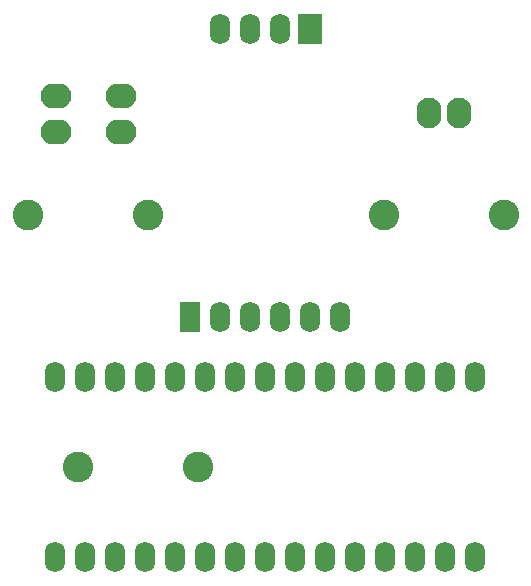
<source format=gts>
G04 Layer: TopSolderMaskLayer*
G04 EasyEDA v6.5.48, 2025-03-12 00:12:57*
G04 549dcaa0f3144c7bb9172a23e6edd774,878c4c1e0da8487e804687d0af4422f9,10*
G04 Gerber Generator version 0.2*
G04 Scale: 100 percent, Rotated: No, Reflected: No *
G04 Dimensions in millimeters *
G04 leading zeros omitted , absolute positions ,4 integer and 5 decimal *
%FSLAX45Y45*%
%MOMM*%

%AMMACRO1*4,1,8,-0.8212,-1.3007,-0.8509,-1.2708,-0.8509,1.271,-0.8212,1.3007,0.8209,1.3007,0.8509,1.271,0.8509,-1.2708,0.8209,-1.3007,-0.8212,-1.3007,0*%
%AMMACRO2*4,1,8,-1.0211,-1.3007,-1.0508,-1.2708,-1.0508,1.271,-1.0211,1.3007,1.0208,1.3007,1.0508,1.271,1.0508,-1.2708,1.0208,-1.3007,-1.0211,-1.3007,0*%
%ADD10O,1.7015968000000001X2.601595*%
%ADD11O,2.601595X2.101596*%
%ADD12MACRO1*%
%ADD13MACRO2*%
%ADD14O,2.101596X2.601595*%
%ADD15C,2.6016*%

%LPD*%
D10*
G01*
X723900Y254000D03*
G01*
X977900Y1778000D03*
G01*
X1485900Y1778000D03*
G01*
X1993900Y1778000D03*
G01*
X2501900Y1778000D03*
G01*
X3009900Y1778000D03*
G01*
X3517900Y1778000D03*
G01*
X4025900Y1778000D03*
G01*
X4279900Y254000D03*
G01*
X3771900Y254000D03*
G01*
X3263900Y254000D03*
G01*
X2755900Y254000D03*
G01*
X2247900Y254000D03*
G01*
X1739900Y254000D03*
G01*
X1231900Y254000D03*
G01*
X977900Y254000D03*
G01*
X1485900Y254000D03*
G01*
X1993900Y254000D03*
G01*
X2501900Y254000D03*
G01*
X3009900Y254000D03*
G01*
X3517900Y254000D03*
G01*
X4025900Y254000D03*
G01*
X4279900Y1778000D03*
G01*
X3771900Y1778000D03*
G01*
X3263900Y1778000D03*
G01*
X2755900Y1778000D03*
G01*
X2247900Y1778000D03*
G01*
X1739900Y1778000D03*
G01*
X1231900Y1778000D03*
G01*
X723900Y1778000D03*
D11*
G01*
X1278305Y3850512D03*
G01*
X728294Y3850512D03*
G01*
X1278305Y4150512D03*
G01*
X728294Y4150512D03*
D10*
G01*
X3136900Y2286000D03*
G01*
X2882900Y2286000D03*
G01*
X2628900Y2286000D03*
G01*
X2374900Y2286000D03*
G01*
X2120900Y2286000D03*
D12*
G01*
X1866900Y2286000D03*
D13*
G01*
X2882900Y4724400D03*
D10*
G01*
X2628900Y4724400D03*
G01*
X2374900Y4724400D03*
G01*
X2120900Y4724400D03*
D14*
G01*
X4140200Y4013200D03*
G01*
X3886200Y4013200D03*
D15*
G01*
X495300Y3149600D03*
G01*
X1511300Y3149600D03*
G01*
X3505200Y3149600D03*
G01*
X4521200Y3149600D03*
G01*
X1930400Y1016000D03*
G01*
X914400Y1016000D03*
M02*

</source>
